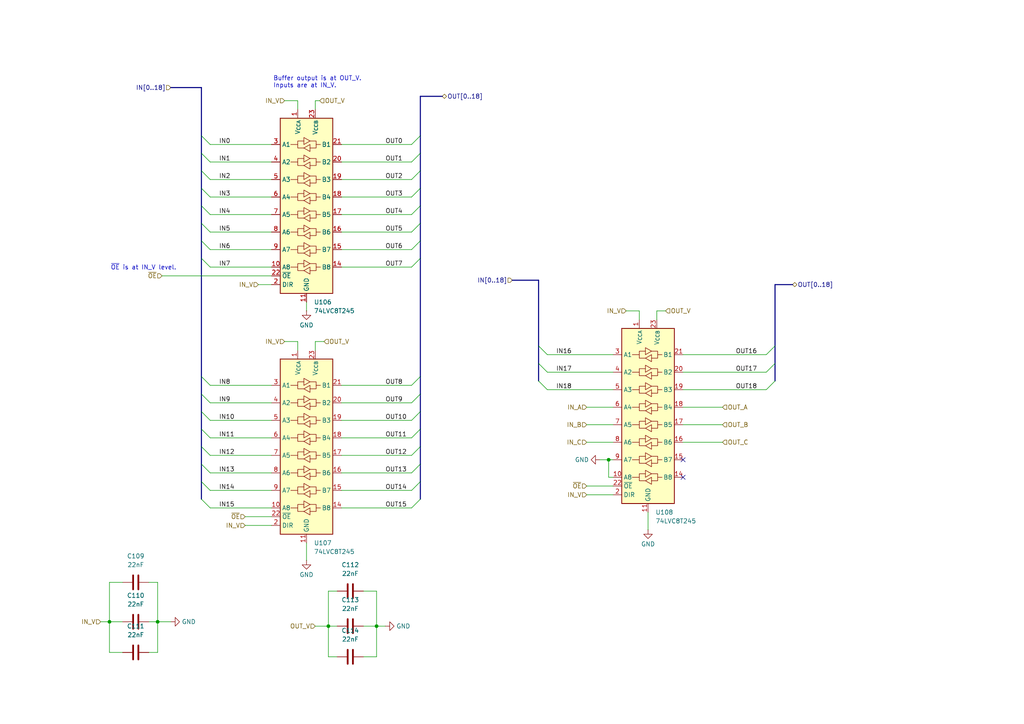
<source format=kicad_sch>
(kicad_sch (version 20250114) (generator "eeschema") (generator_version "9.0")
  (paper "A4")
  (title_block (title "22-bit buffer connected to buses"))
  (lib_symbols
    (symbol "Device:C" (pin_numbers (hide yes)) (pin_names (offset 0.254))
      (property "Reference" "C" (at 0.635 2.54 0))
      (property "Value" "C" (at 0.635 -2.54 0))
      (symbol "C_0_1"
        (polyline (pts (xy -2.032 0.762) (xy 2.032 0.762)) (stroke (width 0.508)))
        (polyline (pts (xy -2.032 -0.762) (xy 2.032 -0.762)) (stroke (width 0.508)))
      )
      (symbol "C_1_1"
        (pin passive line (at 0 3.81 270) (length 2.794) (name "~") (number "1"))
        (pin passive line (at 0 -3.81 90) (length 2.794) (name "~") (number "2"))
      )
    )
    (symbol "Logic_LevelTranslator:SN74LVC8T245"
      (property "Reference" "U" (at -6.35 27.94 0))
      (property "Value" "SN74LVC8T245" (at 3.81 27.94 0))
      (symbol "SN74LVC8T245_0_1"
        (rectangle (start -7.62 25.4) (end 7.62 -25.4) (stroke (width 0.254)) (fill (type background)))
        (polyline (pts (xy -2.54 17.78) (xy -2.54 18.796) (xy -0.762 18.796)))
        (polyline (pts (xy -2.54 7.62) (xy -2.54 8.636) (xy -0.762 8.636)))
        (polyline (pts (xy -2.54 -2.54) (xy -2.54 -1.524) (xy -0.762 -1.524)))
        (polyline (pts (xy -2.54 -12.7) (xy -2.54 -11.684) (xy -0.762 -11.684)))
        (polyline (pts (xy -0.762 17.78) (xy -0.762 19.812) (xy 1.016 18.796) (xy -0.762 17.78)))
        (polyline (pts (xy -0.762 16.764) (xy -2.54 16.764) (xy -2.54 17.78) (xy -4.572 17.78)))
        (polyline (pts (xy -0.762 7.62) (xy -0.762 9.652) (xy 1.016 8.636) (xy -0.762 7.62)))
        (polyline (pts (xy -0.762 6.604) (xy -2.54 6.604) (xy -2.54 7.62) (xy -4.572 7.62)))
        (polyline (pts (xy -0.762 -2.54) (xy -0.762 -0.508) (xy 1.016 -1.524) (xy -0.762 -2.54)))
        (polyline (pts (xy -0.762 -3.556) (xy -2.54 -3.556) (xy -2.54 -2.54) (xy -4.572 -2.54)))
        (polyline (pts (xy -0.762 -12.7) (xy -0.762 -10.668) (xy 1.016 -11.684) (xy -0.762 -12.7)))
        (polyline (pts (xy -0.762 -13.716) (xy -2.54 -13.716) (xy -2.54 -12.7) (xy -4.572 -12.7)))
        (polyline (pts (xy 1.016 18.796) (xy 2.794 18.796) (xy 2.794 17.78) (xy 4.064 17.78)))
        (polyline (pts (xy 1.016 17.78) (xy 1.016 16.002) (xy 1.016 15.748) (xy -0.762 16.764) (xy 1.016 17.78)))
        (polyline (pts (xy 1.016 8.636) (xy 2.794 8.636) (xy 2.794 7.62) (xy 4.064 7.62)))
        (polyline (pts (xy 1.016 7.62) (xy 1.016 5.842) (xy 1.016 5.588) (xy -0.762 6.604) (xy 1.016 7.62)))
        (polyline (pts (xy 1.016 2.54) (xy 1.016 0.762) (xy 1.016 0.508) (xy -0.762 1.524) (xy 1.016 2.54)))
        (polyline (pts (xy 1.016 -1.524) (xy 2.794 -1.524) (xy 2.794 -2.54) (xy 4.064 -2.54)))
        (polyline (pts (xy 1.016 -2.54) (xy 1.016 -4.318) (xy 1.016 -4.572) (xy -0.762 -3.556) (xy 1.016 -2.54)))
        (polyline (pts (xy 1.016 -11.684) (xy 2.794 -11.684) (xy 2.794 -12.7) (xy 4.064 -12.7)))
        (polyline (pts (xy 1.016 -12.7) (xy 1.016 -14.478) (xy 1.016 -14.732) (xy -0.762 -13.716) (xy 1.016 -12.7)))
        (polyline (pts (xy 1.016 -17.78) (xy 1.016 -19.558) (xy 1.016 -19.812) (xy -0.762 -18.796) (xy 1.016 -17.78)))
        (polyline (pts (xy 2.794 17.78) (xy 2.794 16.764) (xy 1.016 16.764)))
        (polyline (pts (xy 2.794 7.62) (xy 2.794 6.604) (xy 1.016 6.604)))
        (polyline (pts (xy 2.794 -2.54) (xy 2.794 -3.556) (xy 1.016 -3.556)))
        (polyline (pts (xy 2.794 -12.7) (xy 2.794 -13.716) (xy 1.016 -13.716)))
      )
      (symbol "SN74LVC8T245_1_1"
        (polyline (pts (xy -2.54 12.7) (xy -2.54 13.716) (xy -0.762 13.716)))
        (polyline (pts (xy -2.54 2.54) (xy -2.54 3.556) (xy -0.762 3.556)))
        (polyline (pts (xy -2.54 -7.62) (xy -2.54 -6.604) (xy -0.762 -6.604)))
        (polyline (pts (xy -2.54 -17.78) (xy -2.54 -16.764) (xy -0.762 -16.764)))
        (polyline (pts (xy -0.762 12.7) (xy -0.762 14.732) (xy 1.016 13.716) (xy -0.762 12.7)))
        (polyline (pts (xy -0.762 11.684) (xy -2.54 11.684) (xy -2.54 12.7) (xy -4.572 12.7)))
        (polyline (pts (xy -0.762 2.54) (xy -0.762 4.572) (xy 1.016 3.556) (xy -0.762 2.54)))
        (polyline (pts (xy -0.762 1.524) (xy -2.54 1.524) (xy -2.54 2.54) (xy -4.572 2.54)))
        (polyline (pts (xy -0.762 -7.62) (xy -0.762 -5.588) (xy 1.016 -6.604) (xy -0.762 -7.62)))
        (polyline (pts (xy -0.762 -8.636) (xy -2.54 -8.636) (xy -2.54 -7.62) (xy -4.572 -7.62)))
        (polyline (pts (xy -0.762 -17.78) (xy -0.762 -15.748) (xy 1.016 -16.764) (xy -0.762 -17.78)))
        (polyline (pts (xy -0.762 -18.796) (xy -2.54 -18.796) (xy -2.54 -17.78) (xy -4.572 -17.78)))
        (polyline (pts (xy 1.016 13.716) (xy 2.794 13.716) (xy 2.794 12.7) (xy 4.064 12.7)))
        (polyline (pts (xy 1.016 12.7) (xy 1.016 10.922) (xy 1.016 10.668) (xy -0.762 11.684) (xy 1.016 12.7)))
        (polyline (pts (xy 1.016 3.556) (xy 2.794 3.556) (xy 2.794 2.54) (xy 4.064 2.54)))
        (polyline (pts (xy 1.016 -6.604) (xy 2.794 -6.604) (xy 2.794 -7.62) (xy 4.064 -7.62)))
        (polyline (pts (xy 1.016 -7.62) (xy 1.016 -9.398) (xy 1.016 -9.652) (xy -0.762 -8.636) (xy 1.016 -7.62)))
        (polyline (pts (xy 1.016 -16.764) (xy 2.794 -16.764) (xy 2.794 -17.78) (xy 4.064 -17.78)))
        (polyline (pts (xy 2.794 12.7) (xy 2.794 11.684) (xy 1.016 11.684)))
        (polyline (pts (xy 2.794 2.54) (xy 2.794 1.524) (xy 1.016 1.524)))
        (polyline (pts (xy 2.794 -7.62) (xy 2.794 -8.636) (xy 1.016 -8.636)))
        (polyline (pts (xy 2.794 -17.78) (xy 2.794 -18.796) (xy 1.016 -18.796)))
        (pin bidirectional line (at -10.16 17.78 0) (length 2.54) (name "A1") (number "3"))
        (pin bidirectional line (at -10.16 12.7 0) (length 2.54) (name "A2") (number "4"))
        (pin bidirectional line (at -10.16 7.62 0) (length 2.54) (name "A3") (number "5"))
        (pin bidirectional line (at -10.16 2.54 0) (length 2.54) (name "A4") (number "6"))
        (pin bidirectional line (at -10.16 -2.54 0) (length 2.54) (name "A5") (number "7"))
        (pin bidirectional line (at -10.16 -7.62 0) (length 2.54) (name "A6") (number "8"))
        (pin bidirectional line (at -10.16 -12.7 0) (length 2.54) (name "A7") (number "9"))
        (pin bidirectional line (at -10.16 -17.78 0) (length 2.54) (name "A8") (number "10"))
        (pin input line (at -10.16 -20.32 0) (length 2.54) (name "~{OE}") (number "22"))
        (pin input line (at -10.16 -22.86 0) (length 2.54) (name "DIR") (number "2"))
        (pin power_in line (at -2.54 27.94 270) (length 2.54) (name "V_{CCA}") (number "1"))
        (pin power_in line (at 0 -27.94 90) (length 2.54) (name "GND") (number "11"))
        (pin passive line (at 0 -27.94 90) (length 2.54) (hide yes) (name "GND") (number "12"))
        (pin passive line (at 0 -27.94 90) (length 2.54) (hide yes) (name "GND") (number "13"))
        (pin power_in line (at 2.54 27.94 270) (length 2.54) (name "V_{CCB}") (number "23"))
        (pin passive line (at 2.54 27.94 270) (length 2.54) (hide yes) (name "V_{CCB}") (number "24"))
        (pin bidirectional line (at 10.16 17.78 180) (length 2.54) (name "B1") (number "21"))
        (pin bidirectional line (at 10.16 12.7 180) (length 2.54) (name "B2") (number "20"))
        (pin bidirectional line (at 10.16 7.62 180) (length 2.54) (name "B3") (number "19"))
        (pin bidirectional line (at 10.16 2.54 180) (length 2.54) (name "B4") (number "18"))
        (pin bidirectional line (at 10.16 -2.54 180) (length 2.54) (name "B5") (number "17"))
        (pin bidirectional line (at 10.16 -7.62 180) (length 2.54) (name "B6") (number "16"))
        (pin bidirectional line (at 10.16 -12.7 180) (length 2.54) (name "B7") (number "15"))
        (pin bidirectional line (at 10.16 -17.78 180) (length 2.54) (name "B8") (number "14"))
      )
    )
    (symbol "power:GND" (power) (pin_numbers (hide yes)) (pin_names (offset 0) (hide yes))
      (property "Value" "GND" (at 0 -3.81 0))
      (symbol "GND_0_1"
        (polyline (pts (xy 0 0) (xy 0 -1.27) (xy 1.27 -1.27) (xy 0 -2.54) (xy -1.27 -1.27) (xy 0 -1.27)))
      )
      (symbol "GND_1_1"
        (pin power_in line (at 0 0 270) (length 0) (name "~") (number "1"))
      )
    )
  )
  (text "~{OE} is at IN_V level." (at 41.656 77.724 0) (effects (font (size 1.27 1.27))))
  (text "Buffer output is at OUT_V.\nInputs are at IN_V." (at 79.248 23.876 0) (effects (font (size 1.27 1.27)) (justify left)))
  (junction (at 31.75 180.34))
  (junction (at 176.53 133.35))
  (junction (at 109.22 181.61))
  (junction (at 95.25 181.61))
  (junction (at 45.72 180.34))
  (no_connect (at 198.12 138.43))
  (no_connect (at 198.12 133.35))
  (bus_entry (at 121.92 69.85) (size -2.54 2.54))
  (bus_entry (at 58.42 119.38) (size 2.54 2.54))
  (bus_entry (at 58.42 44.45) (size 2.54 2.54))
  (bus_entry (at 121.92 39.37) (size -2.54 2.54))
  (bus_entry (at 58.42 54.61) (size 2.54 2.54))
  (bus_entry (at 58.42 64.77) (size 2.54 2.54))
  (bus_entry (at 121.92 124.46) (size -2.54 2.54))
  (bus_entry (at 58.42 114.3) (size 2.54 2.54))
  (bus_entry (at 121.92 59.69) (size -2.54 2.54))
  (bus_entry (at 121.92 144.78) (size -2.54 2.54))
  (bus_entry (at 121.92 134.62) (size -2.54 2.54))
  (bus_entry (at 121.92 109.22) (size -2.54 2.54))
  (bus_entry (at 58.42 74.93) (size 2.54 2.54))
  (bus_entry (at 156.21 105.41) (size 2.54 2.54))
  (bus_entry (at 121.92 54.61) (size -2.54 2.54))
  (bus_entry (at 121.92 74.93) (size -2.54 2.54))
  (bus_entry (at 121.92 139.7) (size -2.54 2.54))
  (bus_entry (at 58.42 144.78) (size 2.54 2.54))
  (bus_entry (at 121.92 119.38) (size -2.54 2.54))
  (bus_entry (at 58.42 49.53) (size 2.54 2.54))
  (bus_entry (at 156.21 110.49) (size 2.54 2.54))
  (bus_entry (at 224.79 100.33) (size -2.54 2.54))
  (bus_entry (at 58.42 59.69) (size 2.54 2.54))
  (bus_entry (at 58.42 69.85) (size 2.54 2.54))
  (bus_entry (at 121.92 114.3) (size -2.54 2.54))
  (bus_entry (at 58.42 129.54) (size 2.54 2.54))
  (bus_entry (at 121.92 129.54) (size -2.54 2.54))
  (bus_entry (at 121.92 49.53) (size -2.54 2.54))
  (bus_entry (at 58.42 139.7) (size 2.54 2.54))
  (bus_entry (at 58.42 124.46) (size 2.54 2.54))
  (bus_entry (at 121.92 64.77) (size -2.54 2.54))
  (bus_entry (at 58.42 109.22) (size 2.54 2.54))
  (bus_entry (at 58.42 39.37) (size 2.54 2.54))
  (bus_entry (at 58.42 134.62) (size 2.54 2.54))
  (bus_entry (at 121.92 44.45) (size -2.54 2.54))
  (bus_entry (at 156.21 100.33) (size 2.54 2.54))
  (bus_entry (at 224.79 105.41) (size -2.54 2.54))
  (bus_entry (at 224.79 110.49) (size -2.54 2.54))
  (wire (pts (xy 109.22 181.61) (xy 111.76 181.61)))
  (bus (pts (xy 121.92 69.85) (xy 121.92 74.93)))
  (bus (pts (xy 224.79 82.55) (xy 229.87 82.55)))
  (wire (pts (xy 43.18 189.23) (xy 45.72 189.23)))
  (wire (pts (xy 109.22 190.5) (xy 109.22 181.61)))
  (wire (pts (xy 60.96 41.91) (xy 78.74 41.91)))
  (bus (pts (xy 121.92 39.37) (xy 121.92 44.45)))
  (bus (pts (xy 121.92 119.38) (xy 121.92 124.46)))
  (wire (pts (xy 158.75 113.03) (xy 177.8 113.03)))
  (wire (pts (xy 198.12 123.19) (xy 209.55 123.19)))
  (wire (pts (xy 99.06 137.16) (xy 119.38 137.16)))
  (wire (pts (xy 45.72 189.23) (xy 45.72 180.34)))
  (wire (pts (xy 99.06 77.47) (xy 119.38 77.47)))
  (wire (pts (xy 60.96 77.47) (xy 78.74 77.47)))
  (wire (pts (xy 91.44 29.21) (xy 91.44 31.75)))
  (wire (pts (xy 198.12 118.11) (xy 209.55 118.11)))
  (wire (pts (xy 176.53 138.43) (xy 176.53 133.35)))
  (wire (pts (xy 176.53 133.35) (xy 177.8 133.35)))
  (wire (pts (xy 82.55 99.06) (xy 86.36 99.06)))
  (bus (pts (xy 121.92 27.94) (xy 121.92 39.37)))
  (wire (pts (xy 105.41 181.61) (xy 109.22 181.61)))
  (wire (pts (xy 46.99 80.01) (xy 78.74 80.01)))
  (bus (pts (xy 224.79 82.55) (xy 224.79 100.33)))
  (bus (pts (xy 156.21 100.33) (xy 156.21 105.41)))
  (wire (pts (xy 60.96 67.31) (xy 78.74 67.31)))
  (wire (pts (xy 99.06 41.91) (xy 119.38 41.91)))
  (bus (pts (xy 58.42 54.61) (xy 58.42 59.69)))
  (wire (pts (xy 35.56 168.91) (xy 31.75 168.91)))
  (wire (pts (xy 93.98 99.06) (xy 91.44 99.06)))
  (bus (pts (xy 58.42 69.85) (xy 58.42 74.93)))
  (wire (pts (xy 170.18 118.11) (xy 177.8 118.11)))
  (bus (pts (xy 224.79 105.41) (xy 224.79 110.49)))
  (wire (pts (xy 99.06 46.99) (xy 119.38 46.99)))
  (wire (pts (xy 99.06 127) (xy 119.38 127)))
  (bus (pts (xy 121.92 49.53) (xy 121.92 54.61)))
  (bus (pts (xy 121.92 59.69) (xy 121.92 64.77)))
  (bus (pts (xy 58.42 139.7) (xy 58.42 144.78)))
  (bus (pts (xy 58.42 44.45) (xy 58.42 49.53)))
  (wire (pts (xy 190.5 90.17) (xy 190.5 92.71)))
  (wire (pts (xy 43.18 180.34) (xy 45.72 180.34)))
  (bus (pts (xy 121.92 114.3) (xy 121.92 119.38)))
  (bus (pts (xy 121.92 109.22) (xy 121.92 114.3)))
  (wire (pts (xy 97.79 190.5) (xy 95.25 190.5)))
  (wire (pts (xy 60.96 52.07) (xy 78.74 52.07)))
  (bus (pts (xy 148.59 81.28) (xy 156.21 81.28)))
  (wire (pts (xy 173.99 133.35) (xy 176.53 133.35)))
  (wire (pts (xy 35.56 189.23) (xy 31.75 189.23)))
  (wire (pts (xy 88.9 157.48) (xy 88.9 162.56)))
  (bus (pts (xy 58.42 59.69) (xy 58.42 64.77)))
  (wire (pts (xy 158.75 107.95) (xy 177.8 107.95)))
  (wire (pts (xy 31.75 168.91) (xy 31.75 180.34)))
  (wire (pts (xy 43.18 168.91) (xy 45.72 168.91)))
  (wire (pts (xy 193.04 90.17) (xy 190.5 90.17)))
  (wire (pts (xy 60.96 142.24) (xy 78.74 142.24)))
  (wire (pts (xy 109.22 171.45) (xy 109.22 181.61)))
  (wire (pts (xy 99.06 111.76) (xy 119.38 111.76)))
  (wire (pts (xy 105.41 190.5) (xy 109.22 190.5)))
  (wire (pts (xy 91.44 181.61) (xy 95.25 181.61)))
  (wire (pts (xy 88.9 87.63) (xy 88.9 90.17)))
  (wire (pts (xy 181.61 90.17) (xy 185.42 90.17)))
  (wire (pts (xy 60.96 137.16) (xy 78.74 137.16)))
  (bus (pts (xy 58.42 119.38) (xy 58.42 124.46)))
  (wire (pts (xy 60.96 132.08) (xy 78.74 132.08)))
  (bus (pts (xy 156.21 105.41) (xy 156.21 110.49)))
  (wire (pts (xy 97.79 171.45) (xy 95.25 171.45)))
  (wire (pts (xy 45.72 180.34) (xy 49.53 180.34)))
  (bus (pts (xy 58.42 134.62) (xy 58.42 139.7)))
  (wire (pts (xy 185.42 90.17) (xy 185.42 92.71)))
  (wire (pts (xy 60.96 111.76) (xy 78.74 111.76)))
  (wire (pts (xy 86.36 29.21) (xy 86.36 31.75)))
  (wire (pts (xy 170.18 143.51) (xy 177.8 143.51)))
  (wire (pts (xy 170.18 123.19) (xy 177.8 123.19)))
  (bus (pts (xy 58.42 124.46) (xy 58.42 129.54)))
  (wire (pts (xy 99.06 121.92) (xy 119.38 121.92)))
  (bus (pts (xy 49.53 25.4) (xy 58.42 25.4)))
  (wire (pts (xy 198.12 128.27) (xy 209.55 128.27)))
  (wire (pts (xy 105.41 171.45) (xy 109.22 171.45)))
  (bus (pts (xy 224.79 100.33) (xy 224.79 105.41)))
  (wire (pts (xy 60.96 147.32) (xy 78.74 147.32)))
  (wire (pts (xy 198.12 107.95) (xy 222.25 107.95)))
  (wire (pts (xy 99.06 132.08) (xy 119.38 132.08)))
  (wire (pts (xy 60.96 62.23) (xy 78.74 62.23)))
  (wire (pts (xy 60.96 116.84) (xy 78.74 116.84)))
  (bus (pts (xy 58.42 39.37) (xy 58.42 44.45)))
  (wire (pts (xy 99.06 116.84) (xy 119.38 116.84)))
  (wire (pts (xy 29.21 180.34) (xy 31.75 180.34)))
  (wire (pts (xy 99.06 67.31) (xy 119.38 67.31)))
  (bus (pts (xy 58.42 64.77) (xy 58.42 69.85)))
  (bus (pts (xy 58.42 129.54) (xy 58.42 134.62)))
  (bus (pts (xy 156.21 81.28) (xy 156.21 100.33)))
  (wire (pts (xy 60.96 121.92) (xy 78.74 121.92)))
  (wire (pts (xy 99.06 142.24) (xy 119.38 142.24)))
  (wire (pts (xy 158.75 102.87) (xy 177.8 102.87)))
  (wire (pts (xy 99.06 52.07) (xy 119.38 52.07)))
  (wire (pts (xy 177.8 138.43) (xy 176.53 138.43)))
  (wire (pts (xy 60.96 46.99) (xy 78.74 46.99)))
  (bus (pts (xy 121.92 64.77) (xy 121.92 69.85)))
  (wire (pts (xy 74.93 82.55) (xy 78.74 82.55)))
  (bus (pts (xy 121.92 134.62) (xy 121.92 139.7)))
  (wire (pts (xy 95.25 181.61) (xy 97.79 181.61)))
  (bus (pts (xy 58.42 109.22) (xy 58.42 114.3)))
  (wire (pts (xy 187.96 148.59) (xy 187.96 153.67)))
  (bus (pts (xy 121.92 139.7) (xy 121.92 144.78)))
  (wire (pts (xy 71.12 152.4) (xy 78.74 152.4)))
  (bus (pts (xy 58.42 49.53) (xy 58.42 54.61)))
  (wire (pts (xy 60.96 127) (xy 78.74 127)))
  (wire (pts (xy 170.18 128.27) (xy 177.8 128.27)))
  (wire (pts (xy 95.25 190.5) (xy 95.25 181.61)))
  (wire (pts (xy 82.55 29.21) (xy 86.36 29.21)))
  (bus (pts (xy 58.42 25.4) (xy 58.42 39.37)))
  (wire (pts (xy 60.96 72.39) (xy 78.74 72.39)))
  (bus (pts (xy 58.42 74.93) (xy 58.42 109.22)))
  (wire (pts (xy 95.25 171.45) (xy 95.25 181.61)))
  (wire (pts (xy 45.72 168.91) (xy 45.72 180.34)))
  (bus (pts (xy 121.92 27.94) (xy 128.27 27.94)))
  (wire (pts (xy 170.18 140.97) (xy 177.8 140.97)))
  (wire (pts (xy 71.12 149.86) (xy 78.74 149.86)))
  (bus (pts (xy 121.92 124.46) (xy 121.92 129.54)))
  (bus (pts (xy 58.42 114.3) (xy 58.42 119.38)))
  (wire (pts (xy 99.06 147.32) (xy 119.38 147.32)))
  (bus (pts (xy 121.92 74.93) (xy 121.92 109.22)))
  (wire (pts (xy 31.75 180.34) (xy 35.56 180.34)))
  (wire (pts (xy 31.75 189.23) (xy 31.75 180.34)))
  (wire (pts (xy 198.12 102.87) (xy 222.25 102.87)))
  (wire (pts (xy 92.71 29.21) (xy 91.44 29.21)))
  (bus (pts (xy 121.92 129.54) (xy 121.92 134.62)))
  (wire (pts (xy 99.06 57.15) (xy 119.38 57.15)))
  (wire (pts (xy 198.12 113.03) (xy 222.25 113.03)))
  (wire (pts (xy 86.36 99.06) (xy 86.36 101.6)))
  (bus (pts (xy 121.92 54.61) (xy 121.92 59.69)))
  (wire (pts (xy 99.06 72.39) (xy 119.38 72.39)))
  (bus (pts (xy 121.92 44.45) (xy 121.92 49.53)))
  (wire (pts (xy 60.96 57.15) (xy 78.74 57.15)))
  (wire (pts (xy 91.44 99.06) (xy 91.44 101.6)))
  (wire (pts (xy 99.06 62.23) (xy 119.38 62.23)))
  (label "IN3" (at 63.5 57.15 0))
  (label "OUT5" (at 111.76 67.31 0))
  (label "OUT9" (at 111.76 116.84 0))
  (label "OUT10" (at 111.76 121.92 0))
  (label "OUT15" (at 111.76 147.32 0))
  (label "IN8" (at 63.5 111.76 0))
  (label "IN5" (at 63.5 67.31 0))
  (label "IN7" (at 63.5 77.47 0))
  (label "OUT13" (at 111.76 137.16 0))
  (label "IN18" (at 161.29 113.03 0))
  (label "IN14" (at 63.5 142.24 0))
  (label "OUT4" (at 111.76 62.23 0))
  (label "OUT0" (at 111.76 41.91 0))
  (label "OUT12" (at 111.76 132.08 0))
  (label "IN13" (at 63.5 137.16 0))
  (label "OUT11" (at 111.76 127 0))
  (label "OUT18" (at 213.36 113.03 0))
  (label "IN1" (at 63.5 46.99 0))
  (label "IN15" (at 63.5 147.32 0))
  (label "OUT16" (at 213.36 102.87 0))
  (label "IN4" (at 63.5 62.23 0))
  (label "IN9" (at 63.5 116.84 0))
  (label "OUT7" (at 111.76 77.47 0))
  (label "IN0" (at 63.5 41.91 0))
  (label "OUT6" (at 111.76 72.39 0))
  (label "OUT3" (at 111.76 57.15 0))
  (label "IN11" (at 63.5 127 0))
  (label "IN10" (at 63.5 121.92 0))
  (label "OUT1" (at 111.76 46.99 0))
  (label "IN16" (at 161.29 102.87 0))
  (label "OUT14" (at 111.76 142.24 0))
  (label "OUT2" (at 111.76 52.07 0))
  (label "IN12" (at 63.5 132.08 0))
  (label "OUT8" (at 111.76 111.76 0))
  (label "IN2" (at 63.5 52.07 0))
  (label "IN17" (at 161.29 107.95 0))
  (label "IN6" (at 63.5 72.39 0))
  (label "OUT17" (at 213.36 107.95 0))
  (hierarchical_label "IN[0..18]" (shape input) (at 49.53 25.4 180))
  (hierarchical_label "OUT_V" (shape input) (at 93.98 99.06 0))
  (hierarchical_label "OUT_V" (shape input) (at 92.71 29.21 0))
  (hierarchical_label "~{OE}" (shape input) (at 71.12 149.86 180))
  (hierarchical_label "OUT_A" (shape input) (at 209.55 118.11 0))
  (hierarchical_label "IN_V" (shape input) (at 29.21 180.34 180))
  (hierarchical_label "IN_V" (shape input) (at 82.55 29.21 180))
  (hierarchical_label "IN_B" (shape input) (at 170.18 123.19 180))
  (hierarchical_label "IN[0..18]" (shape input) (at 148.59 81.28 180))
  (hierarchical_label "OUT_C" (shape input) (at 209.55 128.27 0))
  (hierarchical_label "IN_V" (shape input) (at 74.93 82.55 180))
  (hierarchical_label "IN_C" (shape input) (at 170.18 128.27 180))
  (hierarchical_label "OUT_B" (shape input) (at 209.55 123.19 0))
  (hierarchical_label "IN_V" (shape input) (at 82.55 99.06 180))
  (hierarchical_label "~{OE}" (shape input) (at 170.18 140.97 180))
  (hierarchical_label "OUT_V" (shape input) (at 193.04 90.17 0))
  (hierarchical_label "OUT[0..18]" (shape tri_state) (at 128.27 27.94 0))
  (hierarchical_label "IN_V" (shape input) (at 71.12 152.4 180))
  (hierarchical_label "IN_V" (shape input) (at 170.18 143.51 180))
  (hierarchical_label "OUT_V" (shape input) (at 91.44 181.61 180))
  (hierarchical_label "~{OE}" (shape input) (at 46.99 80.01 180))
  (hierarchical_label "IN_V" (shape input) (at 181.61 90.17 180))
  (hierarchical_label "IN_A" (shape input) (at 170.18 118.11 180))
  (hierarchical_label "OUT[0..18]" (shape tri_state) (at 229.87 82.55 0))
  (symbol (lib_id "Device:C") (at 101.6 190.5 90) (unit 1)
    (property "Reference" "C108" (at 101.6 182.88 90))
    (property "Value" "22nF" (at 101.6 185.42 90))
    (property "Footprint" "Capacitor_SMD:C_0603_1608Metric" (effects (hide yes)))
    (property "Datasheet" "https://www.mouser.com/datasheet/2/447/KEM_C1002_X7R_SMD-3316098.pdf" (effects (hide yes)))
    (property "Description" "Unpolarized capacitor" (effects (hide yes)))
    (property "JLCPCB Part Number" "CL10B223KB8NNNC" (effects (hide yes)))
    (property "Mouser Part Number" "80-C0603C223K4R" (effects (hide yes)))
    (property "Part Number" "C0603C223K4RACTU" (effects (hide yes)))
    (instances (project "sram-bank" (path "" (reference "C114") (unit 1)) (path "" (reference "C108") (unit 1))) (project "" (path "" (reference "C114") (unit 1)) (path "" (reference "C108") (unit 1)) (path "" (reference "C223") (unit 1)) (path "" (reference "C217") (unit 1))))
  )
  (symbol (lib_id "Device:C") (at 101.6 171.45 90) (unit 1)
    (property "Reference" "C106" (at 101.6 163.83 90))
    (property "Value" "22nF" (at 101.6 166.37 90))
    (property "Footprint" "Capacitor_SMD:C_0603_1608Metric" (effects (hide yes)))
    (property "Datasheet" "https://www.mouser.com/datasheet/2/447/KEM_C1002_X7R_SMD-3316098.pdf" (effects (hide yes)))
    (property "Description" "Unpolarized capacitor" (effects (hide yes)))
    (property "JLCPCB Part Number" "CL10B223KB8NNNC" (effects (hide yes)))
    (property "Mouser Part Number" "80-C0603C223K4R" (effects (hide yes)))
    (property "Part Number" "C0603C223K4RACTU" (effects (hide yes)))
    (instances (project "sram-bank" (path "" (reference "C112") (unit 1)) (path "" (reference "C106") (unit 1))) (project "" (path "" (reference "C112") (unit 1)) (path "" (reference "C106") (unit 1)) (path "" (reference "C221") (unit 1)) (path "" (reference "C215") (unit 1))))
  )
  (symbol (lib_id "Logic_LevelTranslator:SN74LVC8T245") (at 187.96 120.65 0) (unit 1)
    (property "Reference" "U105" (at 190.1033 148.59 0) (effects (justify left)))
    (property "Value" "74LVC8T245" (at 190.1033 151.13 0) (effects (justify left)))
    (property "Footprint" "Package_SO:TSSOP-24_4.4x7.8mm_P0.65mm" (effects (hide yes)))
    (property "Datasheet" "https://www.ti.com/lit/gpn/sn74lvc8t245" (effects (hide yes)))
    (property "Description" "8-Bit Dual-Supply Bus Transceiver With Configurable Voltage Translation and 3-State Outputs" (effects (hide yes)))
    (property "JLCPCB Part Number" "C27643" (effects (hide yes)))
    (property "Mouser Part Number" "595-SN74LVC8T245PWR" (effects (hide yes)))
    (property "Part Number" "SN74LVC8T245PWR" (effects (hide yes)))
    (instances (project "sram-bank" (path "" (reference "U108") (unit 1)) (path "" (reference "U105") (unit 1))) (project "" (path "" (reference "U108") (unit 1)) (path "" (reference "U105") (unit 1)) (path "" (reference "U212") (unit 1)) (path "" (reference "U209") (unit 1))))
  )
  (symbol (lib_id "power:GND") (at 111.76 181.61 90) (unit 1)
    (property "Reference" "#PWR0137" (effects (hide yes)))
    (property "Value" "GND" (at 114.935 181.61 90) (effects (justify right)))
    (property "Description" "Power symbol creates a global label with name \"GND\" , ground" (effects (hide yes)))
    (instances (project "sram-bank" (path "" (reference "#PWR0143") (unit 1)) (path "" (reference "#PWR0137") (unit 1))) (project "" (path "" (reference "#PWR0102") (unit 1)) (path "" (reference "#PWR0151") (unit 1)) (path "" (reference "#PWR074") (unit 1)) (path "" (reference "#PWR068") (unit 1))))
  )
  (symbol (lib_id "Device:C") (at 101.6 181.61 90) (unit 1)
    (property "Reference" "C107" (at 101.6 173.99 90))
    (property "Value" "22nF" (at 101.6 176.53 90))
    (property "Footprint" "Capacitor_SMD:C_0603_1608Metric" (effects (hide yes)))
    (property "Datasheet" "https://www.mouser.com/datasheet/2/447/KEM_C1002_X7R_SMD-3316098.pdf" (effects (hide yes)))
    (property "Description" "Unpolarized capacitor" (effects (hide yes)))
    (property "JLCPCB Part Number" "CL10B223KB8NNNC" (effects (hide yes)))
    (property "Mouser Part Number" "80-C0603C223K4R" (effects (hide yes)))
    (property "Part Number" "C0603C223K4RACTU" (effects (hide yes)))
    (instances (project "sram-bank" (path "" (reference "C113") (unit 1)) (path "" (reference "C107") (unit 1))) (project "" (path "" (reference "C113") (unit 1)) (path "" (reference "C107") (unit 1)) (path "" (reference "C222") (unit 1)) (path "" (reference "C216") (unit 1))))
  )
  (symbol (lib_id "Device:C") (at 39.37 168.91 90) (unit 1)
    (property "Reference" "C103" (at 39.37 161.29 90))
    (property "Value" "22nF" (at 39.37 163.83 90))
    (property "Footprint" "Capacitor_SMD:C_0603_1608Metric" (effects (hide yes)))
    (property "Datasheet" "https://www.mouser.com/datasheet/2/447/KEM_C1002_X7R_SMD-3316098.pdf" (effects (hide yes)))
    (property "Description" "Unpolarized capacitor" (effects (hide yes)))
    (property "JLCPCB Part Number" "CL10B223KB8NNNC" (effects (hide yes)))
    (property "Mouser Part Number" "80-C0603C223K4R" (effects (hide yes)))
    (property "Part Number" "C0603C223K4RACTU" (effects (hide yes)))
    (instances (project "sram-bank" (path "" (reference "C109") (unit 1)) (path "" (reference "C103") (unit 1))) (project "" (path "" (reference "C109") (unit 1)) (path "" (reference "C103") (unit 1)) (path "" (reference "C218") (unit 1)) (path "" (reference "C212") (unit 1))))
  )
  (symbol (lib_id "power:GND") (at 187.96 153.67 0) (unit 1)
    (property "Reference" "#PWR0139" (effects (hide yes)))
    (property "Value" "GND" (at 187.96 157.8031 0))
    (property "Description" "Power symbol creates a global label with name \"GND\" , ground" (effects (hide yes)))
    (instances (project "sram-bank" (path "" (reference "#PWR0145") (unit 1)) (path "" (reference "#PWR0139") (unit 1))) (project "" (path "" (reference "#PWR0101") (unit 1)) (path "" (reference "#PWR0153") (unit 1)) (path "" (reference "#PWR076") (unit 1)) (path "" (reference "#PWR070") (unit 1))))
  )
  (symbol (lib_id "Device:C") (at 39.37 189.23 90) (unit 1)
    (property "Reference" "C105" (at 39.37 181.61 90))
    (property "Value" "22nF" (at 39.37 184.15 90))
    (property "Footprint" "Capacitor_SMD:C_0603_1608Metric" (effects (hide yes)))
    (property "Datasheet" "https://www.mouser.com/datasheet/2/447/KEM_C1002_X7R_SMD-3316098.pdf" (effects (hide yes)))
    (property "Description" "Unpolarized capacitor" (effects (hide yes)))
    (property "JLCPCB Part Number" "CL10B223KB8NNNC" (effects (hide yes)))
    (property "Mouser Part Number" "80-C0603C223K4R" (effects (hide yes)))
    (property "Part Number" "C0603C223K4RACTU" (effects (hide yes)))
    (instances (project "sram-bank" (path "" (reference "C111") (unit 1)) (path "" (reference "C105") (unit 1))) (project "" (path "" (reference "C111") (unit 1)) (path "" (reference "C105") (unit 1)) (path "" (reference "C220") (unit 1)) (path "" (reference "C214") (unit 1))))
  )
  (symbol (lib_id "Logic_LevelTranslator:SN74LVC8T245") (at 88.9 59.69 0) (unit 1)
    (property "Reference" "U103" (at 91.0433 87.63 0) (effects (justify left)))
    (property "Value" "74LVC8T245" (at 91.0433 90.17 0) (effects (justify left)))
    (property "Footprint" "Package_SO:TSSOP-24_4.4x7.8mm_P0.65mm" (effects (hide yes)))
    (property "Datasheet" "https://www.ti.com/lit/gpn/sn74lvc8t245" (effects (hide yes)))
    (property "Description" "8-Bit Dual-Supply Bus Transceiver With Configurable Voltage Translation and 3-State Outputs" (effects (hide yes)))
    (property "JLCPCB Part Number" "C27643" (effects (hide yes)))
    (property "Mouser Part Number" "595-SN74LVC8T245PWR" (effects (hide yes)))
    (property "Part Number" "SN74LVC8T245PWR" (effects (hide yes)))
    (instances (project "sram-bank" (path "" (reference "U106") (unit 1)) (path "" (reference "U103") (unit 1))) (project "" (path "" (reference "U106") (unit 1)) (path "" (reference "U103") (unit 1)) (path "" (reference "U210") (unit 1)) (path "" (reference "U207") (unit 1))))
  )
  (symbol (lib_id "Device:C") (at 39.37 180.34 90) (unit 1)
    (property "Reference" "C104" (at 39.37 172.72 90))
    (property "Value" "22nF" (at 39.37 175.26 90))
    (property "Footprint" "Capacitor_SMD:C_0603_1608Metric" (effects (hide yes)))
    (property "Datasheet" "https://www.mouser.com/datasheet/2/447/KEM_C1002_X7R_SMD-3316098.pdf" (effects (hide yes)))
    (property "Description" "Unpolarized capacitor" (effects (hide yes)))
    (property "JLCPCB Part Number" "CL10B223KB8NNNC" (effects (hide yes)))
    (property "Mouser Part Number" "80-C0603C223K4R" (effects (hide yes)))
    (property "Part Number" "C0603C223K4RACTU" (effects (hide yes)))
    (instances (project "sram-bank" (path "" (reference "C110") (unit 1)) (path "" (reference "C104") (unit 1))) (project "" (path "" (reference "C110") (unit 1)) (path "" (reference "C104") (unit 1)) (path "" (reference "C219") (unit 1)) (path "" (reference "C213") (unit 1))))
  )
  (symbol (lib_id "power:GND") (at 49.53 180.34 90) (unit 1)
    (property "Reference" "#PWR0134" (effects (hide yes)))
    (property "Value" "GND" (at 52.705 180.34 90) (effects (justify right)))
    (property "Description" "Power symbol creates a global label with name \"GND\" , ground" (effects (hide yes)))
    (instances (project "sram-bank" (path "" (reference "#PWR0140") (unit 1)) (path "" (reference "#PWR0134") (unit 1))) (project "" (path "" (reference "#PWR0104") (unit 1)) (path "" (reference "#PWR0148") (unit 1)) (path "" (reference "#PWR071") (unit 1)) (path "" (reference "#PWR065") (unit 1))))
  )
  (symbol (lib_id "power:GND") (at 88.9 90.17 0) (unit 1)
    (property "Reference" "#PWR0135" (effects (hide yes)))
    (property "Value" "GND" (at 88.9 94.3031 0))
    (property "Description" "Power symbol creates a global label with name \"GND\" , ground" (effects (hide yes)))
    (instances (project "sram-bank" (path "" (reference "#PWR0141") (unit 1)) (path "" (reference "#PWR0135") (unit 1))) (project "" (path "" (reference "#PWR0106") (unit 1)) (path "" (reference "#PWR0149") (unit 1)) (path "" (reference "#PWR072") (unit 1)) (path "" (reference "#PWR066") (unit 1))))
  )
  (symbol (lib_id "Logic_LevelTranslator:SN74LVC8T245") (at 88.9 129.54 0) (unit 1)
    (property "Reference" "U104" (at 91.0433 157.48 0) (effects (justify left)))
    (property "Value" "74LVC8T245" (at 91.0433 160.02 0) (effects (justify left)))
    (property "Footprint" "Package_SO:TSSOP-24_4.4x7.8mm_P0.65mm" (effects (hide yes)))
    (property "Datasheet" "https://www.ti.com/lit/gpn/sn74lvc8t245" (effects (hide yes)))
    (property "Description" "8-Bit Dual-Supply Bus Transceiver With Configurable Voltage Translation and 3-State Outputs" (effects (hide yes)))
    (property "JLCPCB Part Number" "C27643" (effects (hide yes)))
    (property "Mouser Part Number" "595-SN74LVC8T245PWR" (effects (hide yes)))
    (property "Part Number" "SN74LVC8T245PWR" (effects (hide yes)))
    (instances (project "sram-bank" (path "" (reference "U107") (unit 1)) (path "" (reference "U104") (unit 1))) (project "" (path "" (reference "U107") (unit 1)) (path "" (reference "U104") (unit 1)) (path "" (reference "U211") (unit 1)) (path "" (reference "U208") (unit 1))))
  )
  (symbol (lib_id "power:GND") (at 173.99 133.35 270) (unit 1)
    (property "Reference" "#PWR0138" (effects (hide yes)))
    (property "Value" "GND" (at 170.8151 133.35 90) (effects (justify right)))
    (property "Description" "Power symbol creates a global label with name \"GND\" , ground" (effects (hide yes)))
    (instances (project "sram-bank" (path "" (reference "#PWR0144") (unit 1)) (path "" (reference "#PWR0138") (unit 1))) (project "" (path "" (reference "#PWR0105") (unit 1)) (path "" (reference "#PWR0152") (unit 1)) (path "" (reference "#PWR075") (unit 1)) (path "" (reference "#PWR069") (unit 1))))
  )
  (symbol (lib_id "power:GND") (at 88.9 162.56 0) (unit 1)
    (property "Reference" "#PWR0136" (effects (hide yes)))
    (property "Value" "GND" (at 88.9 166.6931 0))
    (property "Description" "Power symbol creates a global label with name \"GND\" , ground" (effects (hide yes)))
    (instances (project "sram-bank" (path "" (reference "#PWR0142") (unit 1)) (path "" (reference "#PWR0136") (unit 1))) (project "" (path "" (reference "#PWR0103") (unit 1)) (path "" (reference "#PWR0150") (unit 1)) (path "" (reference "#PWR073") (unit 1)) (path "" (reference "#PWR067") (unit 1))))
  )
)
</source>
